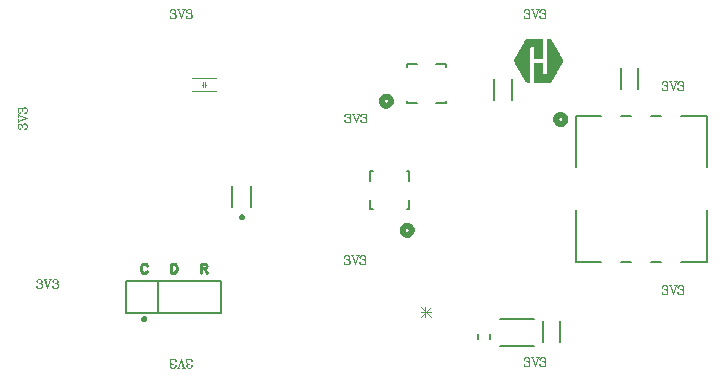
<source format=gbr>
%FSTAX23Y23*%
%MOIN*%
%SFA1B1*%

%IPPOS*%
%ADD48C,0.020000*%
%ADD49C,0.009843*%
%ADD50C,0.006000*%
%ADD51C,0.007874*%
%ADD52C,0.003937*%
%ADD53C,0.003150*%
%ADD54C,0.003000*%
%ADD55C,0.010000*%
G36*
X00613Y00497D02*
Y00497D01*
Y00496*
Y00495*
Y00495*
Y00494*
Y00494*
Y00493*
Y00492*
Y00492*
Y00491*
Y00491*
Y0049*
Y00489*
Y00489*
Y00488*
Y00488*
Y00487*
Y00486*
Y00486*
Y00485*
Y00485*
Y00484*
Y00483*
Y00483*
Y00482*
Y00482*
Y00481*
Y0048*
Y0048*
Y00479*
Y00479*
Y00478*
Y00477*
Y00477*
Y00476*
Y00476*
Y00475*
Y00474*
Y00474*
Y00473*
Y00473*
Y00472*
Y00471*
Y00471*
Y0047*
Y0047*
Y00469*
Y00468*
Y00468*
Y00467*
Y00467*
Y00466*
Y00465*
Y00465*
Y00464*
Y00464*
Y00463*
Y00462*
Y00462*
Y00461*
Y00461*
Y0046*
Y00459*
Y00459*
Y00458*
Y00458*
Y00457*
Y00456*
Y00456*
Y00455*
Y00455*
Y00454*
Y00453*
Y00453*
Y00452*
Y00452*
Y00451*
Y0045*
Y0045*
Y00449*
Y00449*
Y00448*
Y00447*
Y00447*
Y00446*
Y00446*
Y00445*
Y00444*
Y00444*
Y00443*
Y00443*
Y00442*
Y00441*
Y00441*
Y0044*
Y0044*
Y00439*
Y00438*
Y00438*
Y00437*
Y00437*
Y00436*
Y00435*
Y00435*
Y00434*
Y00434*
Y00433*
Y00432*
X00585*
Y00433*
X00585*
Y00434*
Y00434*
Y00435*
Y00435*
Y00436*
Y00437*
Y00437*
Y00438*
Y00438*
Y00439*
Y0044*
Y0044*
Y00441*
Y00441*
Y00442*
Y00443*
Y00443*
Y00444*
Y00444*
Y00445*
Y00446*
Y00446*
Y00447*
Y00447*
Y00448*
Y00449*
Y00449*
Y0045*
Y0045*
Y00451*
Y00452*
Y00452*
Y00453*
Y00453*
Y00454*
Y00455*
Y00455*
Y00456*
Y00456*
Y00457*
Y00458*
Y00458*
Y00459*
Y00459*
Y0046*
Y00461*
Y00461*
Y00462*
Y00462*
Y00463*
Y00464*
Y00464*
Y00465*
Y00465*
Y00466*
Y00467*
Y00467*
X00584*
Y00468*
Y00468*
X00584*
Y00469*
X00583*
Y0047*
X00582*
Y0047*
X00581*
Y00471*
X00579*
Y00471*
X00578*
Y00471*
X00576*
Y0047*
X00575*
Y0047*
X00574*
Y00469*
X00573*
Y00468*
X00573*
Y00468*
Y00467*
X00572*
Y00467*
Y00466*
Y00465*
Y00465*
Y00464*
Y00464*
Y00463*
Y00462*
Y00462*
Y00461*
Y00461*
Y0046*
Y00459*
Y00459*
Y00458*
Y00458*
Y00457*
Y00456*
Y00456*
Y00455*
Y00455*
Y00454*
Y00453*
Y00453*
Y00452*
X00572*
Y00452*
Y00451*
Y0045*
Y0045*
Y00449*
Y00449*
Y00448*
Y00447*
Y00447*
Y00446*
Y00446*
Y00445*
Y00444*
Y00444*
Y00443*
Y00443*
Y00442*
Y00441*
Y00441*
Y0044*
Y0044*
Y00439*
Y00438*
Y00438*
Y00437*
Y00437*
Y00436*
Y00435*
Y00435*
Y00434*
Y00434*
Y00433*
Y00432*
Y00432*
Y00431*
Y00431*
Y0043*
Y00429*
Y00429*
Y00428*
Y00428*
Y00427*
Y00426*
Y00426*
Y00425*
Y00425*
Y00424*
Y00423*
Y00423*
Y00422*
Y00422*
Y00421*
Y0042*
Y0042*
Y00419*
Y00419*
Y00418*
Y00417*
Y00417*
Y00416*
Y00416*
Y00415*
X00572*
Y00414*
Y00414*
Y00413*
Y00413*
Y00412*
Y00411*
Y00411*
Y0041*
Y0041*
Y00409*
Y00408*
Y00408*
Y00407*
Y00407*
Y00406*
Y00405*
Y00405*
Y00404*
Y00404*
Y00403*
Y00402*
Y00402*
Y00401*
Y00401*
Y004*
Y00399*
Y00399*
Y00398*
Y00398*
Y00397*
Y00396*
Y00396*
Y00395*
Y00395*
Y00394*
Y00393*
Y00393*
Y00392*
Y00392*
Y00391*
Y0039*
Y0039*
Y00389*
Y00389*
Y00388*
Y00387*
Y00387*
Y00386*
Y00386*
Y00385*
Y00384*
Y00384*
Y00383*
Y00383*
Y00382*
Y00381*
Y00381*
Y0038*
Y0038*
Y00379*
Y00378*
Y00378*
Y00377*
Y00377*
Y00376*
Y00375*
Y00375*
Y00374*
Y00374*
Y00373*
Y00372*
Y00372*
Y00371*
Y00371*
Y0037*
Y00369*
Y00369*
Y00368*
Y00368*
Y00367*
Y00366*
Y00366*
Y00365*
Y00365*
Y00364*
Y00363*
Y00363*
Y00362*
Y00362*
Y00361*
Y0036*
Y0036*
Y00359*
Y00359*
Y00358*
Y00357*
Y00357*
Y00356*
Y00356*
Y00355*
Y00354*
Y00354*
Y00353*
X00572*
Y00353*
X00561*
Y00353*
X00559*
Y00354*
X00558*
Y00354*
X00557*
Y00355*
X00557*
Y00356*
X00555*
Y00356*
Y00357*
X00555*
Y00357*
X00554*
Y00358*
Y00359*
X00554*
Y00359*
X00553*
Y0036*
Y0036*
X00552*
Y00361*
Y00362*
X00552*
Y00362*
Y00363*
X00551*
Y00363*
X00551*
Y00364*
Y00365*
X0055*
Y00365*
Y00366*
X00549*
Y00366*
X00549*
Y00367*
Y00368*
X00548*
Y00368*
Y00369*
X00548*
Y00369*
Y0037*
X00547*
Y00371*
X00546*
Y00371*
Y00372*
X00546*
Y00372*
Y00373*
X00545*
Y00374*
Y00374*
X00545*
Y00375*
X00544*
Y00375*
Y00376*
X00543*
Y00377*
Y00377*
X00543*
Y00378*
Y00378*
X00542*
Y00379*
X00542*
Y0038*
Y0038*
X00541*
Y00381*
Y00381*
X0054*
Y00382*
X0054*
Y00383*
Y00383*
X00539*
Y00384*
Y00384*
X00539*
Y00385*
Y00386*
X00538*
Y00386*
X00537*
Y00387*
Y00387*
X00537*
Y00388*
Y00389*
X00536*
Y00389*
Y0039*
X00536*
Y0039*
X00535*
Y00391*
Y00392*
X00534*
Y00392*
Y00393*
X00534*
Y00393*
Y00394*
X00533*
Y00395*
X00533*
Y00395*
Y00396*
X00532*
Y00396*
Y00397*
X00531*
Y00398*
Y00398*
X00531*
Y00399*
X0053*
Y00399*
Y004*
X0053*
Y00401*
Y00401*
X00529*
Y00402*
Y00402*
X00528*
Y00403*
X00528*
Y00404*
Y00404*
X00527*
Y00405*
Y00405*
X00527*
Y00406*
X00526*
Y00407*
Y00407*
X00525*
Y00408*
Y00408*
X00525*
Y00409*
Y0041*
X00524*
Y0041*
X00524*
Y00411*
Y00411*
X00523*
Y00412*
Y00413*
X00522*
Y00413*
Y00414*
X00522*
Y00414*
X00521*
Y00415*
Y00416*
X00521*
Y00416*
Y00417*
X0052*
Y00417*
Y00418*
X00519*
Y00419*
X00519*
Y00419*
Y0042*
X00518*
Y0042*
Y00421*
X00518*
Y00422*
Y00422*
X00517*
Y00423*
Y00423*
Y00424*
Y00425*
Y00425*
Y00426*
Y00426*
Y00427*
Y00428*
Y00428*
X00518*
Y00429*
Y00429*
Y0043*
X00518*
Y00431*
Y00431*
X00519*
Y00432*
X00519*
Y00432*
Y00433*
X0052*
Y00434*
Y00434*
X00521*
Y00435*
Y00435*
X00521*
Y00436*
X00522*
Y00437*
Y00437*
X00522*
Y00438*
Y00438*
X00523*
Y00439*
X00524*
Y0044*
Y0044*
X00524*
Y00441*
Y00441*
X00525*
Y00442*
Y00443*
X00525*
Y00443*
X00526*
Y00444*
Y00444*
X00527*
Y00445*
Y00446*
X00527*
Y00446*
Y00447*
X00528*
Y00447*
X00528*
Y00448*
Y00449*
X00529*
Y00449*
X0053*
Y0045*
Y0045*
X0053*
Y00451*
Y00452*
X00531*
Y00452*
Y00453*
X00531*
Y00453*
X00532*
Y00454*
Y00455*
X00533*
Y00455*
Y00456*
X00533*
Y00456*
Y00457*
X00534*
Y00458*
X00534*
Y00458*
Y00459*
X00535*
Y00459*
Y0046*
X00536*
Y00461*
Y00461*
X00536*
Y00462*
X00537*
Y00462*
Y00463*
X00537*
Y00464*
Y00464*
X00538*
Y00465*
X00539*
Y00465*
Y00466*
X00539*
Y00467*
Y00467*
X0054*
Y00468*
Y00468*
X0054*
Y00469*
X00541*
Y0047*
Y0047*
X00542*
Y00471*
Y00471*
X00542*
Y00472*
Y00473*
X00543*
Y00473*
X00543*
Y00474*
Y00474*
X00544*
Y00475*
Y00476*
X00545*
Y00476*
Y00477*
X00545*
Y00477*
X00546*
Y00478*
Y00479*
X00546*
Y00479*
Y0048*
X00547*
Y0048*
X00548*
Y00481*
Y00482*
X00548*
Y00482*
Y00483*
X00549*
Y00483*
Y00484*
X00549*
Y00485*
X0055*
Y00485*
Y00486*
X00551*
Y00486*
Y00487*
X00551*
Y00488*
Y00488*
X00552*
Y00489*
X00552*
Y00489*
Y0049*
X00553*
Y00491*
Y00491*
X00554*
Y00492*
Y00492*
X00554*
Y00493*
X00555*
Y00494*
Y00494*
X00555*
Y00495*
X00556*
Y00495*
X00557*
Y00496*
X00558*
Y00497*
X00559*
Y00497*
X0056*
Y00498*
X00613*
Y00497*
G37*
G36*
X00638D02*
X00639D01*
Y00497*
X00641*
Y00496*
X00641*
Y00495*
X00642*
Y00495*
X00642*
Y00494*
X00643*
Y00494*
X00644*
Y00493*
X00644*
Y00492*
Y00492*
X00645*
Y00491*
Y00491*
X00645*
Y0049*
Y00489*
X00646*
Y00489*
X00647*
Y00488*
Y00488*
X00647*
Y00487*
Y00486*
X00648*
Y00486*
X00648*
Y00485*
Y00485*
X00649*
Y00484*
Y00483*
X0065*
Y00483*
Y00482*
X0065*
Y00482*
X00651*
Y00481*
Y0048*
X00651*
Y0048*
Y00479*
X00652*
Y00479*
Y00478*
X00653*
Y00477*
X00653*
Y00477*
Y00476*
X00654*
Y00476*
Y00475*
X00654*
Y00474*
Y00474*
X00655*
Y00473*
X00656*
Y00473*
Y00472*
X00656*
Y00471*
Y00471*
X00657*
Y0047*
X00657*
Y0047*
Y00469*
X00658*
Y00468*
Y00468*
X00659*
Y00467*
Y00467*
X00659*
Y00466*
X0066*
Y00465*
Y00465*
X0066*
Y00464*
Y00464*
X00661*
Y00463*
Y00462*
X00662*
Y00462*
X00662*
Y00461*
Y00461*
X00663*
Y0046*
Y00459*
X00663*
Y00459*
Y00458*
X00664*
Y00458*
X00665*
Y00457*
Y00456*
X00665*
Y00456*
Y00455*
X00666*
Y00455*
X00666*
Y00454*
Y00453*
X00667*
Y00453*
Y00452*
X00668*
Y00452*
Y00451*
X00668*
Y0045*
X00669*
Y0045*
Y00449*
X00669*
Y00449*
Y00448*
X0067*
Y00447*
Y00447*
X00671*
Y00446*
X00671*
Y00446*
Y00445*
X00672*
Y00444*
Y00444*
X00672*
Y00443*
Y00443*
X00673*
Y00442*
X00674*
Y00441*
Y00441*
X00674*
Y0044*
Y0044*
X00675*
Y00439*
X00675*
Y00438*
Y00438*
X00676*
Y00437*
Y00437*
X00677*
Y00436*
Y00435*
X00677*
Y00435*
X00678*
Y00434*
Y00434*
X00678*
Y00433*
Y00432*
X00679*
Y00432*
Y00431*
X0068*
Y00431*
X0068*
Y0043*
Y00429*
X00681*
Y00429*
Y00428*
Y00428*
Y00427*
X00681*
Y00426*
Y00426*
Y00425*
Y00425*
Y00424*
X00681*
Y00423*
Y00423*
Y00422*
Y00422*
X0068*
Y00421*
Y0042*
X0068*
Y0042*
Y00419*
X00679*
Y00419*
Y00418*
X00678*
Y00417*
X00678*
Y00417*
Y00416*
X00677*
Y00416*
Y00415*
X00677*
Y00414*
X00676*
Y00414*
Y00413*
X00675*
Y00413*
Y00412*
X00675*
Y00411*
Y00411*
X00674*
Y0041*
X00674*
Y0041*
Y00409*
X00673*
Y00408*
Y00408*
X00672*
Y00407*
Y00407*
X00672*
Y00406*
X00671*
Y00405*
Y00405*
X00671*
Y00404*
Y00404*
X0067*
Y00403*
X00669*
Y00402*
Y00402*
X00669*
Y00401*
Y00401*
X00668*
Y004*
Y00399*
X00668*
Y00399*
X00667*
Y00398*
Y00398*
X00666*
Y00397*
Y00396*
X00666*
Y00396*
Y00395*
X00665*
Y00395*
X00665*
Y00394*
Y00393*
X00664*
Y00393*
Y00392*
X00663*
Y00392*
X00663*
Y00391*
Y0039*
X00662*
Y0039*
Y00389*
X00662*
Y00389*
Y00388*
X00661*
Y00387*
X0066*
Y00387*
Y00386*
X0066*
Y00386*
Y00385*
X00659*
Y00384*
Y00384*
X00659*
Y00383*
Y00383*
X00658*
Y00382*
Y00381*
X00657*
Y00381*
X00657*
Y0038*
Y0038*
X00656*
Y00379*
Y00378*
X00656*
Y00378*
X00655*
Y00377*
Y00377*
X00654*
Y00376*
Y00375*
X00654*
Y00375*
Y00374*
X00653*
Y00374*
X00653*
Y00373*
Y00372*
X00652*
Y00372*
Y00371*
X00651*
Y00371*
Y0037*
X00651*
Y00369*
X0065*
Y00369*
Y00368*
X0065*
Y00368*
Y00367*
X00649*
Y00366*
Y00366*
X00648*
Y00365*
X00648*
Y00365*
Y00364*
X00647*
Y00363*
Y00363*
X00647*
Y00362*
Y00362*
X00646*
Y00361*
X00645*
Y0036*
Y0036*
X00645*
Y00359*
Y00359*
X00644*
Y00358*
X00644*
Y00357*
Y00357*
X00643*
Y00356*
X00642*
Y00356*
X00642*
Y00355*
X00641*
Y00354*
X0064*
Y00354*
X00639*
Y00353*
X00637*
Y00353*
X00585*
Y00353*
X00585*
Y00354*
Y00354*
Y00355*
Y00356*
Y00356*
Y00357*
Y00357*
Y00358*
Y00359*
Y00359*
Y0036*
Y0036*
Y00361*
Y00362*
Y00362*
Y00363*
Y00363*
Y00364*
Y00365*
Y00365*
Y00366*
Y00366*
Y00367*
Y00368*
Y00368*
Y00369*
Y00369*
Y0037*
Y00371*
Y00371*
Y00372*
Y00372*
Y00373*
Y00374*
Y00374*
Y00375*
Y00375*
Y00376*
Y00377*
Y00377*
Y00378*
Y00378*
Y00379*
Y0038*
Y0038*
Y00381*
Y00381*
Y00382*
Y00383*
Y00383*
Y00384*
Y00384*
Y00385*
Y00386*
Y00386*
Y00387*
Y00387*
Y00388*
Y00389*
Y00389*
Y0039*
Y0039*
Y00391*
Y00392*
Y00392*
Y00393*
Y00393*
Y00394*
Y00395*
Y00395*
Y00396*
Y00396*
Y00397*
Y00398*
Y00398*
Y00399*
Y00399*
Y004*
Y00401*
Y00401*
Y00402*
Y00402*
Y00403*
Y00404*
Y00404*
Y00405*
Y00405*
Y00406*
Y00407*
Y00407*
Y00408*
Y00408*
Y00409*
Y0041*
Y0041*
Y00411*
Y00411*
Y00412*
Y00413*
Y00413*
Y00414*
Y00414*
Y00415*
Y00416*
Y00416*
Y00417*
Y00417*
Y00418*
X00585*
Y00419*
X00613*
Y00418*
Y00417*
Y00417*
Y00416*
Y00416*
Y00415*
Y00414*
Y00414*
Y00413*
Y00413*
Y00412*
Y00411*
Y00411*
Y0041*
Y0041*
Y00409*
Y00408*
Y00408*
Y00407*
Y00407*
Y00406*
Y00405*
Y00405*
Y00404*
Y00404*
Y00403*
Y00402*
Y00402*
Y00401*
Y00401*
Y004*
Y00399*
Y00399*
Y00398*
Y00398*
Y00397*
Y00396*
Y00396*
Y00395*
Y00395*
X00614*
Y00394*
Y00393*
Y00393*
Y00392*
Y00392*
Y00391*
Y0039*
Y0039*
Y00389*
Y00389*
Y00388*
Y00387*
Y00387*
Y00386*
Y00386*
Y00385*
Y00384*
Y00384*
Y00383*
X00614*
Y00383*
X00615*
Y00382*
Y00381*
X00616*
Y00381*
X00617*
Y0038*
X00618*
Y0038*
X00621*
Y0038*
X00623*
Y00381*
X00624*
Y00381*
X00624*
Y00382*
X00625*
Y00383*
X00626*
Y00383*
Y00384*
Y00384*
X00626*
Y00385*
Y00386*
Y00386*
Y00387*
Y00387*
Y00388*
Y00389*
Y00389*
Y0039*
Y0039*
Y00391*
Y00392*
Y00392*
Y00393*
Y00393*
Y00394*
Y00395*
Y00395*
Y00396*
Y00396*
Y00397*
Y00398*
Y00398*
Y00399*
Y00399*
Y004*
Y00401*
Y00401*
Y00402*
Y00402*
Y00403*
Y00404*
Y00404*
Y00405*
Y00405*
Y00406*
Y00407*
Y00407*
Y00408*
Y00408*
Y00409*
Y0041*
Y0041*
Y00411*
Y00411*
Y00412*
Y00413*
Y00413*
Y00414*
Y00414*
Y00415*
Y00416*
Y00416*
Y00417*
Y00417*
Y00418*
Y00419*
Y00419*
Y0042*
Y0042*
Y00421*
Y00422*
Y00422*
Y00423*
Y00423*
Y00424*
Y00425*
Y00425*
Y00426*
Y00426*
Y00427*
Y00428*
Y00428*
Y00429*
Y00429*
Y0043*
Y00431*
Y00431*
Y00432*
Y00432*
Y00433*
Y00434*
Y00434*
Y00435*
Y00435*
Y00436*
Y00437*
Y00437*
Y00438*
Y00438*
Y00439*
Y0044*
Y0044*
Y00441*
Y00441*
Y00442*
Y00443*
Y00443*
Y00444*
Y00444*
Y00445*
Y00446*
Y00446*
Y00447*
Y00447*
Y00448*
Y00449*
Y00449*
Y0045*
Y0045*
Y00451*
Y00452*
Y00452*
Y00453*
Y00453*
Y00454*
Y00455*
Y00455*
Y00456*
Y00456*
Y00457*
Y00458*
Y00458*
Y00459*
Y00459*
Y0046*
Y00461*
Y00461*
Y00462*
Y00462*
Y00463*
Y00464*
Y00464*
Y00465*
Y00465*
Y00466*
Y00467*
Y00467*
Y00468*
Y00468*
Y00469*
Y0047*
Y0047*
Y00471*
Y00471*
Y00472*
Y00473*
Y00473*
Y00474*
Y00474*
Y00475*
Y00476*
Y00476*
Y00477*
Y00477*
Y00478*
Y00479*
Y00479*
Y0048*
Y0048*
Y00481*
Y00482*
Y00482*
Y00483*
Y00483*
Y00484*
Y00485*
Y00485*
Y00486*
Y00486*
Y00487*
Y00488*
Y00488*
Y00489*
Y00489*
Y0049*
Y00491*
Y00491*
Y00492*
Y00492*
Y00493*
Y00494*
Y00494*
Y00495*
Y00495*
Y00496*
Y00497*
Y00497*
Y00498*
X00638*
Y00497*
G37*
G54D48*
X00106Y00291D02*
D01*
X00106Y00292*
X00106Y00293*
X00106Y00294*
X00106Y00295*
X00106Y00296*
X00105Y00297*
X00105Y00298*
X00104Y00299*
X00104Y003*
X00103Y003*
X00102Y00301*
X00101Y00302*
X00101Y00303*
X001Y00303*
X00099Y00304*
X00098Y00304*
X00097Y00305*
X00096Y00305*
X00095Y00305*
X00094Y00306*
X00093Y00306*
X00092Y00306*
X00091*
X0009Y00306*
X00089Y00306*
X00088Y00305*
X00087Y00305*
X00086Y00305*
X00085Y00304*
X00084Y00304*
X00083Y00303*
X00082Y00303*
X00081Y00302*
X00081Y00301*
X0008Y003*
X00079Y003*
X00079Y00299*
X00078Y00298*
X00078Y00297*
X00077Y00296*
X00077Y00295*
X00077Y00294*
X00077Y00293*
X00076Y00292*
X00076Y00291*
X00076Y0029*
X00077Y00289*
X00077Y00288*
X00077Y00287*
X00077Y00286*
X00078Y00285*
X00078Y00284*
X00079Y00283*
X00079Y00282*
X0008Y00281*
X00081Y0028*
X00081Y0028*
X00082Y00279*
X00083Y00278*
X00084Y00278*
X00085Y00277*
X00086Y00277*
X00087Y00277*
X00088Y00276*
X00089Y00276*
X0009Y00276*
X00091Y00276*
X00092*
X00093Y00276*
X00094Y00276*
X00095Y00276*
X00096Y00277*
X00097Y00277*
X00098Y00277*
X00099Y00278*
X001Y00278*
X00101Y00279*
X00101Y0028*
X00102Y0028*
X00103Y00281*
X00104Y00282*
X00104Y00283*
X00105Y00284*
X00105Y00285*
X00106Y00286*
X00106Y00287*
X00106Y00288*
X00106Y00289*
X00106Y0029*
X00106Y00291*
X00176Y-00139D02*
D01*
X00176Y-00138*
X00176Y-00137*
X00176Y-00136*
X00175Y-00135*
X00175Y-00134*
X00175Y-00133*
X00174Y-00132*
X00174Y-00131*
X00173Y-00131*
X00172Y-0013*
X00172Y-00129*
X00171Y-00128*
X0017Y-00128*
X00169Y-00127*
X00168Y-00126*
X00168Y-00126*
X00167Y-00126*
X00166Y-00125*
X00165Y-00125*
X00164Y-00125*
X00163Y-00125*
X00161Y-00124*
X0016*
X00159Y-00125*
X00158Y-00125*
X00157Y-00125*
X00156Y-00125*
X00155Y-00126*
X00154Y-00126*
X00153Y-00126*
X00153Y-00127*
X00152Y-00128*
X00151Y-00128*
X0015Y-00129*
X00149Y-0013*
X00149Y-00131*
X00148Y-00131*
X00148Y-00132*
X00147Y-00133*
X00147Y-00134*
X00147Y-00135*
X00146Y-00136*
X00146Y-00137*
X00146Y-00138*
X00146Y-00139*
X00146Y-0014*
X00146Y-00142*
X00146Y-00143*
X00147Y-00144*
X00147Y-00145*
X00147Y-00146*
X00148Y-00146*
X00148Y-00147*
X00149Y-00148*
X00149Y-00149*
X0015Y-0015*
X00151Y-00151*
X00152Y-00151*
X00153Y-00152*
X00153Y-00152*
X00154Y-00153*
X00155Y-00153*
X00156Y-00154*
X00157Y-00154*
X00158Y-00154*
X00159Y-00154*
X0016Y-00154*
X00161*
X00163Y-00154*
X00164Y-00154*
X00165Y-00154*
X00166Y-00154*
X00167Y-00153*
X00168Y-00153*
X00168Y-00152*
X00169Y-00152*
X0017Y-00151*
X00171Y-00151*
X00172Y-0015*
X00172Y-00149*
X00173Y-00148*
X00174Y-00147*
X00174Y-00146*
X00175Y-00146*
X00175Y-00145*
X00175Y-00144*
X00176Y-00143*
X00176Y-00142*
X00176Y-0014*
X00176Y-00139*
X00688Y0023D02*
D01*
X00688Y00231*
X00688Y00232*
X00688Y00233*
X00687Y00234*
X00687Y00235*
X00687Y00236*
X00686Y00237*
X00686Y00238*
X00685Y00239*
X00684Y0024*
X00684Y0024*
X00683Y00241*
X00682Y00242*
X00681Y00242*
X0068Y00243*
X00679Y00243*
X00678Y00244*
X00678Y00244*
X00677Y00244*
X00675Y00245*
X00674Y00245*
X00673Y00245*
X00672*
X00671Y00245*
X0067Y00245*
X00669Y00244*
X00668Y00244*
X00667Y00244*
X00666Y00243*
X00665Y00243*
X00664Y00242*
X00664Y00242*
X00663Y00241*
X00662Y0024*
X00661Y0024*
X00661Y00239*
X0066Y00238*
X0066Y00237*
X00659Y00236*
X00659Y00235*
X00658Y00234*
X00658Y00233*
X00658Y00232*
X00658Y00231*
X00658Y0023*
X00658Y00229*
X00658Y00228*
X00658Y00227*
X00658Y00226*
X00659Y00225*
X00659Y00224*
X0066Y00223*
X0066Y00222*
X00661Y00221*
X00661Y0022*
X00662Y0022*
X00663Y00219*
X00664Y00218*
X00664Y00218*
X00665Y00217*
X00666Y00216*
X00667Y00216*
X00668Y00216*
X00669Y00215*
X0067Y00215*
X00671Y00215*
X00672Y00215*
X00673*
X00674Y00215*
X00675Y00215*
X00677Y00215*
X00678Y00216*
X00678Y00216*
X00679Y00216*
X0068Y00217*
X00681Y00218*
X00682Y00218*
X00683Y00219*
X00684Y0022*
X00684Y0022*
X00685Y00221*
X00686Y00222*
X00686Y00223*
X00687Y00224*
X00687Y00225*
X00687Y00226*
X00688Y00227*
X00688Y00228*
X00688Y00229*
X00688Y0023*
G54D49*
X-00386Y-00095D02*
D01*
X-00386Y-00095*
X-00386Y-00095*
X-00386Y-00094*
X-00386Y-00094*
X-00387Y-00094*
X-00387Y-00093*
X-00387Y-00093*
X-00387Y-00093*
X-00387Y-00092*
X-00387Y-00092*
X-00388Y-00092*
X-00388Y-00092*
X-00388Y-00091*
X-00388Y-00091*
X-00389Y-00091*
X-00389Y-00091*
X-00389Y-00091*
X-0039Y-00091*
X-0039Y-0009*
X-0039Y-0009*
X-00391Y-0009*
X-00391Y-0009*
X-00391*
X-00392Y-0009*
X-00392Y-0009*
X-00392Y-0009*
X-00393Y-00091*
X-00393Y-00091*
X-00393Y-00091*
X-00394Y-00091*
X-00394Y-00091*
X-00394Y-00091*
X-00395Y-00092*
X-00395Y-00092*
X-00395Y-00092*
X-00395Y-00092*
X-00395Y-00093*
X-00396Y-00093*
X-00396Y-00093*
X-00396Y-00094*
X-00396Y-00094*
X-00396Y-00094*
X-00396Y-00095*
X-00396Y-00095*
X-00396Y-00095*
X-00396Y-00096*
X-00396Y-00096*
X-00396Y-00096*
X-00396Y-00097*
X-00396Y-00097*
X-00396Y-00097*
X-00396Y-00098*
X-00395Y-00098*
X-00395Y-00098*
X-00395Y-00098*
X-00395Y-00099*
X-00395Y-00099*
X-00394Y-00099*
X-00394Y-00099*
X-00394Y-00099*
X-00393Y-001*
X-00393Y-001*
X-00393Y-001*
X-00392Y-001*
X-00392Y-001*
X-00392Y-001*
X-00391Y-001*
X-00391*
X-00391Y-001*
X-0039Y-001*
X-0039Y-001*
X-0039Y-001*
X-00389Y-001*
X-00389Y-001*
X-00389Y-00099*
X-00388Y-00099*
X-00388Y-00099*
X-00388Y-00099*
X-00388Y-00099*
X-00387Y-00098*
X-00387Y-00098*
X-00387Y-00098*
X-00387Y-00098*
X-00387Y-00097*
X-00387Y-00097*
X-00386Y-00097*
X-00386Y-00096*
X-00386Y-00096*
X-00386Y-00096*
X-00386Y-00095*
X-00713Y-00434D02*
D01*
X-00713Y-00434*
X-00713Y-00433*
X-00713Y-00433*
X-00713Y-00433*
X-00713Y-00432*
X-00713Y-00432*
X-00713Y-00432*
X-00714Y-00431*
X-00714Y-00431*
X-00714Y-00431*
X-00714Y-00431*
X-00714Y-0043*
X-00715Y-0043*
X-00715Y-0043*
X-00715Y-0043*
X-00716Y-0043*
X-00716Y-00429*
X-00716Y-00429*
X-00717Y-00429*
X-00717Y-00429*
X-00717Y-00429*
X-00718Y-00429*
X-00718*
X-00718Y-00429*
X-00719Y-00429*
X-00719Y-00429*
X-00719Y-00429*
X-0072Y-00429*
X-0072Y-0043*
X-0072Y-0043*
X-0072Y-0043*
X-00721Y-0043*
X-00721Y-0043*
X-00721Y-00431*
X-00721Y-00431*
X-00722Y-00431*
X-00722Y-00431*
X-00722Y-00432*
X-00722Y-00432*
X-00722Y-00432*
X-00722Y-00433*
X-00723Y-00433*
X-00723Y-00433*
X-00723Y-00434*
X-00723Y-00434*
X-00723Y-00434*
X-00723Y-00435*
X-00723Y-00435*
X-00722Y-00435*
X-00722Y-00436*
X-00722Y-00436*
X-00722Y-00436*
X-00722Y-00437*
X-00722Y-00437*
X-00721Y-00437*
X-00721Y-00437*
X-00721Y-00438*
X-00721Y-00438*
X-0072Y-00438*
X-0072Y-00438*
X-0072Y-00438*
X-0072Y-00439*
X-00719Y-00439*
X-00719Y-00439*
X-00719Y-00439*
X-00718Y-00439*
X-00718Y-00439*
X-00718*
X-00717Y-00439*
X-00717Y-00439*
X-00717Y-00439*
X-00716Y-00439*
X-00716Y-00439*
X-00716Y-00438*
X-00715Y-00438*
X-00715Y-00438*
X-00715Y-00438*
X-00714Y-00438*
X-00714Y-00437*
X-00714Y-00437*
X-00714Y-00437*
X-00714Y-00437*
X-00713Y-00436*
X-00713Y-00436*
X-00713Y-00436*
X-00713Y-00435*
X-00713Y-00435*
X-00713Y-00435*
X-00713Y-00434*
X-00713Y-00434*
G54D50*
X00397Y-00501D02*
Y-00486D01*
X00438Y-00501D02*
Y-00486D01*
X00161Y00284D02*
X00193D01*
X00289D02*
Y00293D01*
X00258Y00415D02*
X00289D01*
X00161Y00406D02*
Y00415D01*
X00258Y00284D02*
X00289D01*
X00161D02*
Y00293D01*
X00289Y00406D02*
Y00415D01*
X00161D02*
X00193D01*
X00167Y-00069D02*
Y-00038D01*
X00159Y00058D02*
X00167D01*
X00036Y00026D02*
Y00058D01*
Y-00069D02*
X00046D01*
X00167Y00026D02*
Y00058D01*
X00159Y-00069D02*
X00167D01*
X00036Y00058D02*
X00046D01*
X00036Y-00069D02*
Y-00038D01*
X01074Y00243D02*
X01159D01*
X00724Y0007D02*
Y00243D01*
Y-00246D02*
X00808D01*
X01159D02*
Y-00073D01*
X00724Y00243D02*
X00808D01*
X00874D02*
X00908D01*
X00974D02*
X01008D01*
X00874Y-00246D02*
X00908D01*
X00974D02*
X01008D01*
X01074D02*
X01159D01*
Y0007D02*
Y00243D01*
X00724Y-00246D02*
Y-00073D01*
G54D51*
X00469Y-00524D02*
X00583D01*
X00469Y-00435D02*
X00583D01*
X00615Y-00511D02*
Y-00442D01*
X00672Y-00511D02*
Y-00442D01*
X00449Y00295D02*
Y00364D01*
X00509Y00295D02*
Y00364D01*
X00932Y00333D02*
Y00402D01*
X00875Y00333D02*
Y00402D01*
X-0036Y-00063D02*
Y00007D01*
X-00423Y-00063D02*
Y00007D01*
X-00668Y-00415D02*
Y-0031D01*
X-00775Y-00415D02*
Y-0031D01*
Y-00415D02*
X-0046D01*
Y-0031*
X-00775D02*
X-0046D01*
G54D52*
X-00556Y00324D02*
X-00476D01*
X-00556Y00368D02*
X-00475D01*
G54D53*
X-00512Y00338D02*
Y00354D01*
X-0052Y00338D02*
Y00354D01*
X-00524Y00346D02*
X-0052D01*
X-00512D02*
X-00508D01*
G54D54*
X00206Y-0043D02*
X00239Y-00396D01*
Y-0043D02*
X00206Y-00396D01*
X00222Y-0043D02*
Y-00396D01*
X00239Y-00413D02*
X00206D01*
X0101Y-00328D02*
X01011Y-0033D01*
X0101Y-00331*
X01009Y-0033*
Y-00328*
X0101Y-00325*
X01011Y-00324*
X01016Y-00323*
X01021*
X01026Y-00324*
X01027Y-00327*
Y-00331*
X01026Y-00334*
X01021Y-00335*
X01017*
X01021Y-00323D02*
X01024Y-00324D01*
X01026Y-00327*
Y-00331*
X01024Y-00334*
X01021Y-00335*
X01024Y-00337*
X01027Y-0034*
X01028Y-00342*
Y-00347*
X01027Y-0035*
X01026Y-00351*
X01021Y-00352*
X01016*
X01011Y-00351*
X0101Y-0035*
X01009Y-00347*
Y-00345*
X0101Y-00344*
X01011Y-00345*
X0101Y-00347*
X01026Y-00338D02*
X01027Y-00342D01*
Y-00347*
X01026Y-0035*
X01024Y-00351*
X01021Y-00352*
X01036Y-00323D02*
X01046Y-00352D01*
X01037Y-00323D02*
X01046Y-00348D01*
X01056Y-00323D02*
X01046Y-00352D01*
X01033Y-00323D02*
X01041D01*
X0105D02*
X01059D01*
X01064Y-00328D02*
X01065Y-0033D01*
X01064Y-00331*
X01062Y-0033*
Y-00328*
X01064Y-00325*
X01065Y-00324*
X0107Y-00323*
X01075*
X0108Y-00324*
X01081Y-00327*
Y-00331*
X0108Y-00334*
X01075Y-00335*
X01071*
X01075Y-00323D02*
X01078Y-00324D01*
X0108Y-00327*
Y-00331*
X01078Y-00334*
X01075Y-00335*
X01078Y-00337*
X01081Y-0034*
X01082Y-00342*
Y-00347*
X01081Y-0035*
X0108Y-00351*
X01075Y-00352*
X0107*
X01065Y-00351*
X01064Y-0035*
X01062Y-00347*
Y-00345*
X01064Y-00344*
X01065Y-00345*
X01064Y-00347*
X0108Y-00338D02*
X01081Y-00342D01*
Y-00347*
X0108Y-0035*
X01078Y-00351*
X01075Y-00352*
X0101Y00351D02*
X01011Y00349D01*
X0101Y00348*
X01009Y00349*
Y00351*
X0101Y00354*
X01011Y00355*
X01016Y00357*
X01021*
X01026Y00355*
X01027Y00352*
Y00348*
X01026Y00345*
X01021Y00344*
X01017*
X01021Y00357D02*
X01024Y00355D01*
X01026Y00352*
Y00348*
X01024Y00345*
X01021Y00344*
X01024Y00342*
X01027Y00339*
X01028Y00337*
Y00332*
X01027Y00329*
X01026Y00328*
X01021Y00327*
X01016*
X01011Y00328*
X0101Y00329*
X01009Y00332*
Y00334*
X0101Y00335*
X01011Y00334*
X0101Y00332*
X01026Y00341D02*
X01027Y00337D01*
Y00332*
X01026Y00329*
X01024Y00328*
X01021Y00327*
X01036Y00357D02*
X01046Y00327D01*
X01037Y00357D02*
X01046Y00331D01*
X01056Y00357D02*
X01046Y00327D01*
X01033Y00357D02*
X01041D01*
X0105D02*
X01059D01*
X01064Y00351D02*
X01065Y00349D01*
X01064Y00348*
X01062Y00349*
Y00351*
X01064Y00354*
X01065Y00355*
X0107Y00357*
X01075*
X0108Y00355*
X01081Y00352*
Y00348*
X0108Y00345*
X01075Y00344*
X01071*
X01075Y00357D02*
X01078Y00355D01*
X0108Y00352*
Y00348*
X01078Y00345*
X01075Y00344*
X01078Y00342*
X01081Y00339*
X01082Y00337*
Y00332*
X01081Y00329*
X0108Y00328*
X01075Y00327*
X0107*
X01065Y00328*
X01064Y00329*
X01062Y00332*
Y00334*
X01064Y00335*
X01065Y00334*
X01064Y00332*
X0108Y00341D02*
X01081Y00337D01*
Y00332*
X0108Y00329*
X01078Y00328*
X01075Y00327*
X0055Y-00568D02*
X00551Y-0057D01*
X0055Y-00571*
X00549Y-0057*
Y-00568*
X0055Y-00565*
X00551Y-00564*
X00556Y-00563*
X00561*
X00566Y-00564*
X00567Y-00567*
Y-00571*
X00566Y-00574*
X00561Y-00575*
X00557*
X00561Y-00563D02*
X00564Y-00564D01*
X00566Y-00567*
Y-00571*
X00564Y-00574*
X00561Y-00575*
X00564Y-00577*
X00567Y-0058*
X00568Y-00582*
Y-00587*
X00567Y-0059*
X00566Y-00591*
X00561Y-00592*
X00556*
X00551Y-00591*
X0055Y-0059*
X00549Y-00587*
Y-00585*
X0055Y-00584*
X00551Y-00585*
X0055Y-00587*
X00566Y-00578D02*
X00567Y-00582D01*
Y-00587*
X00566Y-0059*
X00564Y-00591*
X00561Y-00592*
X00576Y-00563D02*
X00586Y-00592D01*
X00577Y-00563D02*
X00586Y-00588D01*
X00596Y-00563D02*
X00586Y-00592D01*
X00573Y-00563D02*
X00581D01*
X0059D02*
X00599D01*
X00604Y-00568D02*
X00605Y-0057D01*
X00604Y-00571*
X00602Y-0057*
Y-00568*
X00604Y-00565*
X00605Y-00564*
X0061Y-00563*
X00615*
X0062Y-00564*
X00621Y-00567*
Y-00571*
X0062Y-00574*
X00615Y-00575*
X00611*
X00615Y-00563D02*
X00618Y-00564D01*
X0062Y-00567*
Y-00571*
X00618Y-00574*
X00615Y-00575*
X00618Y-00577*
X00621Y-0058*
X00622Y-00582*
Y-00587*
X00621Y-0059*
X0062Y-00591*
X00615Y-00592*
X0061*
X00605Y-00591*
X00604Y-0059*
X00602Y-00587*
Y-00585*
X00604Y-00584*
X00605Y-00585*
X00604Y-00587*
X0062Y-00578D02*
X00621Y-00582D01*
Y-00587*
X0062Y-0059*
X00618Y-00591*
X00615Y-00592*
X0055Y00591D02*
X00551Y00589D01*
X0055Y00588*
X00549Y00589*
Y00591*
X0055Y00594*
X00551Y00595*
X00556Y00597*
X00561*
X00566Y00595*
X00567Y00592*
Y00588*
X00566Y00585*
X00561Y00584*
X00557*
X00561Y00597D02*
X00564Y00595D01*
X00566Y00592*
Y00588*
X00564Y00585*
X00561Y00584*
X00564Y00582*
X00567Y00579*
X00568Y00577*
Y00572*
X00567Y00569*
X00566Y00568*
X00561Y00567*
X00556*
X00551Y00568*
X0055Y00569*
X00549Y00572*
Y00574*
X0055Y00575*
X00551Y00574*
X0055Y00572*
X00566Y00581D02*
X00567Y00577D01*
Y00572*
X00566Y00569*
X00564Y00568*
X00561Y00567*
X00576Y00597D02*
X00586Y00567D01*
X00577Y00597D02*
X00586Y00571D01*
X00596Y00597D02*
X00586Y00567D01*
X00573Y00597D02*
X00581D01*
X0059D02*
X00599D01*
X00604Y00591D02*
X00605Y00589D01*
X00604Y00588*
X00602Y00589*
Y00591*
X00604Y00594*
X00605Y00595*
X0061Y00597*
X00615*
X0062Y00595*
X00621Y00592*
Y00588*
X0062Y00585*
X00615Y00584*
X00611*
X00615Y00597D02*
X00618Y00595D01*
X0062Y00592*
Y00588*
X00618Y00585*
X00615Y00584*
X00618Y00582*
X00621Y00579*
X00622Y00577*
Y00572*
X00621Y00569*
X0062Y00568*
X00615Y00567*
X0061*
X00605Y00568*
X00604Y00569*
X00602Y00572*
Y00574*
X00604Y00575*
X00605Y00574*
X00604Y00572*
X0062Y00581D02*
X00621Y00577D01*
Y00572*
X0062Y00569*
X00618Y00568*
X00615Y00567*
X-00049Y-00228D02*
X-00048Y-0023D01*
X-00049Y-00231*
X-00051Y-0023*
Y-00228*
X-00049Y-00225*
X-00048Y-00224*
X-00043Y-00223*
X-00038*
X-00033Y-00224*
X-00032Y-00227*
Y-00231*
X-00033Y-00234*
X-00038Y-00235*
X-00042*
X-00038Y-00223D02*
X-00035Y-00224D01*
X-00033Y-00227*
Y-00231*
X-00035Y-00234*
X-00038Y-00235*
X-00035Y-00237*
X-00032Y-0024*
X-00031Y-00242*
Y-00247*
X-00032Y-0025*
X-00033Y-00251*
X-00038Y-00252*
X-00043*
X-00048Y-00251*
X-00049Y-0025*
X-00051Y-00247*
Y-00245*
X-00049Y-00244*
X-00048Y-00245*
X-00049Y-00247*
X-00033Y-00238D02*
X-00032Y-00242D01*
Y-00247*
X-00033Y-0025*
X-00035Y-00251*
X-00038Y-00252*
X-00023Y-00223D02*
X-00013Y-00252D01*
X-00022Y-00223D02*
X-00013Y-00248D01*
X-00003Y-00223D02*
X-00013Y-00252D01*
X-00026Y-00223D02*
X-00018D01*
X-00009D02*
X0D01*
X00004Y-00228D02*
X00005Y-0023D01*
X00004Y-00231*
X00002Y-0023*
Y-00228*
X00004Y-00225*
X00005Y-00224*
X0001Y-00223*
X00015*
X0002Y-00224*
X00021Y-00227*
Y-00231*
X0002Y-00234*
X00015Y-00235*
X00011*
X00015Y-00223D02*
X00018Y-00224D01*
X0002Y-00227*
Y-00231*
X00018Y-00234*
X00015Y-00235*
X00018Y-00237*
X00021Y-0024*
X00022Y-00242*
Y-00247*
X00021Y-0025*
X0002Y-00251*
X00015Y-00252*
X0001*
X00005Y-00251*
X00004Y-0025*
X00002Y-00247*
Y-00245*
X00004Y-00244*
X00005Y-00245*
X00004Y-00247*
X0002Y-00238D02*
X00021Y-00242D01*
Y-00247*
X0002Y-0025*
X00018Y-00251*
X00015Y-00252*
X-00046Y00244D02*
X-00045Y00242D01*
X-00046Y00241*
X-00048Y00242*
Y00244*
X-00046Y00247*
X-00045Y00248*
X-0004Y00249*
X-00035*
X-0003Y00248*
X-00029Y00245*
Y00241*
X-0003Y00238*
X-00035Y00237*
X-00039*
X-00035Y00249D02*
X-00032Y00248D01*
X-0003Y00245*
Y00241*
X-00032Y00238*
X-00035Y00237*
X-00032Y00235*
X-00029Y00232*
X-00028Y00229*
Y00225*
X-00029Y00222*
X-0003Y00221*
X-00035Y0022*
X-0004*
X-00045Y00221*
X-00046Y00222*
X-00048Y00225*
Y00227*
X-00046Y00228*
X-00045Y00227*
X-00046Y00225*
X-0003Y00234D02*
X-00029Y00229D01*
Y00225*
X-0003Y00222*
X-00032Y00221*
X-00035Y0022*
X-0002Y00249D02*
X-0001Y0022D01*
X-00019Y00249D02*
X-0001Y00224D01*
X0Y00249D02*
X-0001Y0022D01*
X-00023Y00249D02*
X-00015D01*
X-00006D02*
X00002D01*
X00007Y00244D02*
X00008Y00242D01*
X00007Y00241*
X00005Y00242*
Y00244*
X00007Y00247*
X00008Y00248*
X00013Y00249*
X00018*
X00023Y00248*
X00024Y00245*
Y00241*
X00023Y00238*
X00018Y00237*
X00014*
X00018Y00249D02*
X00021Y00248D01*
X00023Y00245*
Y00241*
X00021Y00238*
X00018Y00237*
X00021Y00235*
X00024Y00232*
X00025Y00229*
Y00225*
X00024Y00222*
X00023Y00221*
X00018Y0022*
X00013*
X00008Y00221*
X00007Y00222*
X00005Y00225*
Y00227*
X00007Y00228*
X00008Y00227*
X00007Y00225*
X00023Y00234D02*
X00024Y00229D01*
Y00225*
X00023Y00222*
X00021Y00221*
X00018Y0022*
X-00629Y00591D02*
X-00628Y00589D01*
X-00629Y00588*
X-00631Y00589*
Y00591*
X-00629Y00594*
X-00628Y00595*
X-00623Y00597*
X-00618*
X-00613Y00595*
X-00612Y00592*
Y00588*
X-00613Y00585*
X-00618Y00584*
X-00622*
X-00618Y00597D02*
X-00615Y00595D01*
X-00613Y00592*
Y00588*
X-00615Y00585*
X-00618Y00584*
X-00615Y00582*
X-00612Y00579*
X-00611Y00577*
Y00572*
X-00612Y00569*
X-00613Y00568*
X-00618Y00567*
X-00623*
X-00628Y00568*
X-00629Y00569*
X-00631Y00572*
Y00574*
X-00629Y00575*
X-00628Y00574*
X-00629Y00572*
X-00613Y00581D02*
X-00612Y00577D01*
Y00572*
X-00613Y00569*
X-00615Y00568*
X-00618Y00567*
X-00603Y00597D02*
X-00593Y00567D01*
X-00602Y00597D02*
X-00593Y00571D01*
X-00583Y00597D02*
X-00593Y00567D01*
X-00606Y00597D02*
X-00598D01*
X-00589D02*
X-0058D01*
X-00575Y00591D02*
X-00574Y00589D01*
X-00575Y00588*
X-00577Y00589*
Y00591*
X-00575Y00594*
X-00574Y00595*
X-00569Y00597*
X-00564*
X-00559Y00595*
X-00558Y00592*
Y00588*
X-00559Y00585*
X-00564Y00584*
X-00568*
X-00564Y00597D02*
X-00561Y00595D01*
X-00559Y00592*
Y00588*
X-00561Y00585*
X-00564Y00584*
X-00561Y00582*
X-00558Y00579*
X-00557Y00577*
Y00572*
X-00558Y00569*
X-00559Y00568*
X-00564Y00567*
X-00569*
X-00574Y00568*
X-00575Y00569*
X-00577Y00572*
Y00574*
X-00575Y00575*
X-00574Y00574*
X-00575Y00572*
X-00559Y00581D02*
X-00558Y00577D01*
Y00572*
X-00559Y00569*
X-00561Y00568*
X-00564Y00567*
X-00558Y-00591D02*
X-00559Y-00589D01*
X-00558Y-00588*
X-00557Y-00589*
Y-00591*
X-00558Y-00594*
X-00559Y-00595*
X-00564Y-00597*
X-00569*
X-00574Y-00595*
X-00575Y-00592*
Y-00588*
X-00574Y-00585*
X-00569Y-00584*
X-00565*
X-00569Y-00597D02*
X-00572Y-00595D01*
X-00574Y-00592*
Y-00588*
X-00572Y-00585*
X-00569Y-00584*
X-00572Y-00582*
X-00575Y-00579*
X-00576Y-00577*
Y-00572*
X-00575Y-00569*
X-00574Y-00568*
X-00569Y-00567*
X-00564*
X-00559Y-00568*
X-00558Y-00569*
X-00557Y-00572*
Y-00574*
X-00558Y-00575*
X-00559Y-00574*
X-00558Y-00572*
X-00574Y-00581D02*
X-00575Y-00577D01*
Y-00572*
X-00574Y-00569*
X-00572Y-00568*
X-00569Y-00567*
X-00584Y-00597D02*
X-00594Y-00567D01*
X-00585Y-00597D02*
X-00594Y-00571D01*
X-00604Y-00597D02*
X-00594Y-00567D01*
X-00581Y-00597D02*
X-00589D01*
X-00598D02*
X-00607D01*
X-00612Y-00591D02*
X-00613Y-00589D01*
X-00612Y-00588*
X-0061Y-00589*
Y-00591*
X-00612Y-00594*
X-00613Y-00595*
X-00618Y-00597*
X-00623*
X-00628Y-00595*
X-00629Y-00592*
Y-00588*
X-00628Y-00585*
X-00623Y-00584*
X-00619*
X-00623Y-00597D02*
X-00626Y-00595D01*
X-00628Y-00592*
Y-00588*
X-00626Y-00585*
X-00623Y-00584*
X-00626Y-00582*
X-00629Y-00579*
X-0063Y-00577*
Y-00572*
X-00629Y-00569*
X-00628Y-00568*
X-00623Y-00567*
X-00618*
X-00613Y-00568*
X-00612Y-00569*
X-0061Y-00572*
Y-00574*
X-00612Y-00575*
X-00613Y-00574*
X-00612Y-00572*
X-00628Y-00581D02*
X-00629Y-00577D01*
Y-00572*
X-00628Y-00569*
X-00626Y-00568*
X-00623Y-00567*
X-01074Y-00309D02*
X-01073Y-0031D01*
X-01074Y-00312*
X-01076Y-0031*
Y-00309*
X-01074Y-00306*
X-01073Y-00304*
X-01069Y-00303*
X-01063*
X-01059Y-00304*
X-01057Y-00307*
Y-00312*
X-01059Y-00314*
X-01063Y-00316*
X-01067*
X-01063Y-00303D02*
X-0106Y-00304D01*
X-01059Y-00307*
Y-00312*
X-0106Y-00314*
X-01063Y-00316*
X-0106Y-00317*
X-01057Y-0032*
X-01056Y-00323*
Y-00327*
X-01057Y-0033*
X-01059Y-00332*
X-01063Y-00333*
X-01069*
X-01073Y-00332*
X-01074Y-0033*
X-01076Y-00327*
Y-00326*
X-01074Y-00324*
X-01073Y-00326*
X-01074Y-00327*
X-01059Y-00319D02*
X-01057Y-00323D01*
Y-00327*
X-01059Y-0033*
X-0106Y-00332*
X-01063Y-00333*
X-01049Y-00303D02*
X-01039Y-00333D01*
X-01047Y-00303D02*
X-01039Y-00329D01*
X-01029Y-00303D02*
X-01039Y-00333D01*
X-01051Y-00303D02*
X-01043D01*
X-01034D02*
X-01026D01*
X-0102Y-00309D02*
X-01019Y-0031D01*
X-0102Y-00312*
X-01022Y-0031*
Y-00309*
X-0102Y-00306*
X-01019Y-00304*
X-01015Y-00303*
X-01009*
X-01005Y-00304*
X-01003Y-00307*
Y-00312*
X-01005Y-00314*
X-01009Y-00316*
X-01013*
X-01009Y-00303D02*
X-01006Y-00304D01*
X-01005Y-00307*
Y-00312*
X-01006Y-00314*
X-01009Y-00316*
X-01006Y-00317*
X-01003Y-0032*
X-01002Y-00323*
Y-00327*
X-01003Y-0033*
X-01005Y-00332*
X-01009Y-00333*
X-01015*
X-01019Y-00332*
X-0102Y-0033*
X-01022Y-00327*
Y-00326*
X-0102Y-00324*
X-01019Y-00326*
X-0102Y-00327*
X-01005Y-00319D02*
X-01003Y-00323D01*
Y-00327*
X-01005Y-0033*
X-01006Y-00332*
X-01009Y-00333*
X-01131Y00198D02*
X-0113Y002D01*
X-01128Y00198*
X-0113Y00197*
X-01131*
X-01134Y00198*
X-01135Y002*
X-01137Y00204*
Y0021*
X-01135Y00214*
X-01132Y00215*
X-01128*
X-01125Y00214*
X-01124Y0021*
Y00205*
X-01137Y0021D02*
X-01135Y00213D01*
X-01132Y00214*
X-01128*
X-01125Y00213*
X-01124Y0021*
X-01122Y00213*
X-0112Y00215*
X-01117Y00217*
X-01112*
X-0111Y00215*
X-01108Y00214*
X-01107Y0021*
Y00204*
X-01108Y002*
X-0111Y00198*
X-01112Y00197*
X-01114*
X-01115Y00198*
X-01114Y002*
X-01112Y00198*
X-01121Y00214D02*
X-01117Y00215D01*
X-01112*
X-0111Y00214*
X-01108Y00213*
X-01107Y0021*
X-01137Y00224D02*
X-01107Y00234D01*
X-01137Y00226D02*
X-01111Y00234D01*
X-01137Y00244D02*
X-01107Y00234D01*
X-01137Y00221D02*
Y0023D01*
Y00238D02*
Y00247D01*
X-01131Y00252D02*
X-0113Y00254D01*
X-01128Y00252*
X-0113Y00251*
X-01131*
X-01134Y00252*
X-01135Y00254*
X-01137Y00258*
Y00264*
X-01135Y00268*
X-01132Y00269*
X-01128*
X-01125Y00268*
X-01124Y00264*
Y00259*
X-01137Y00264D02*
X-01135Y00267D01*
X-01132Y00268*
X-01128*
X-01125Y00267*
X-01124Y00264*
X-01122Y00267*
X-0112Y00269*
X-01117Y00271*
X-01112*
X-0111Y00269*
X-01108Y00268*
X-01107Y00264*
Y00258*
X-01108Y00254*
X-0111Y00252*
X-01112Y00251*
X-01114*
X-01115Y00252*
X-01114Y00254*
X-01112Y00252*
X-01121Y00268D02*
X-01117Y00269D01*
X-01112*
X-0111Y00268*
X-01108Y00267*
X-01107Y00264*
G54D55*
X-00627Y-00251D02*
Y-00281D01*
Y-00251D02*
X-00617D01*
X-00613Y-00253*
X-0061Y-00256*
X-00609Y-00259*
X-00607Y-00263*
Y-0027*
X-00609Y-00274*
X-0061Y-00277*
X-00613Y-0028*
X-00617Y-00281*
X-00627*
X-00527Y-00251D02*
Y-00281D01*
Y-00251D02*
X-00514D01*
X-0051Y-00253*
X-00509Y-00254*
X-00507Y-00257*
Y-0026*
X-00509Y-00263*
X-0051Y-00264*
X-00514Y-00266*
X-00527*
X-00517D02*
X-00507Y-00281D01*
X-00706Y-00259D02*
X-00707Y-00256D01*
X-0071Y-00253*
X-00713Y-00251*
X-00719*
X-00722Y-00253*
X-00724Y-00256*
X-00726Y-00259*
X-00727Y-00263*
Y-0027*
X-00726Y-00274*
X-00724Y-00277*
X-00722Y-0028*
X-00719Y-00281*
X-00713*
X-0071Y-0028*
X-00707Y-00277*
X-00706Y-00274*
M02*
</source>
